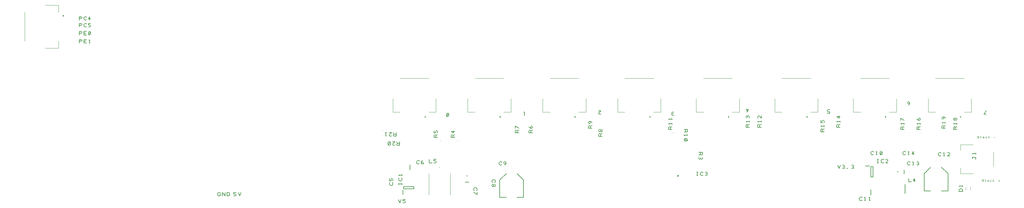
<source format=gbr>
G04 DesignSpark PCB Gerber Version 11.0 Build 5877*
G04 #@! TF.Part,Single*
G04 #@! TF.FileFunction,Legend,Top*
G04 #@! TF.FilePolarity,Positive*
%FSLAX35Y35*%
%MOIN*%
%ADD20C,0.00197*%
%ADD124C,0.00300*%
%ADD21C,0.00394*%
%ADD73C,0.00500*%
%ADD74C,0.00787*%
%ADD75C,0.00984*%
%ADD16C,0.01181*%
G04 #@! TD.AperFunction*
X0Y0D02*
D02*
D16*
X52622Y212061D02*
X53016D02*
G75*
G03*
X52622I-197J0D01*
G01*
X53016D02*
G75*
G02*
X52622I-197J0D01*
G01*
X448311Y101234D02*
G75*
G03*
Y101628I0J197D01*
G01*
Y101234D02*
G75*
G02*
Y101628I0J197D01*
G01*
X530201Y101234D02*
G75*
G03*
Y101628I0J197D01*
G01*
Y101234D02*
G75*
G02*
Y101628I0J197D01*
G01*
X612091Y101234D02*
G75*
G03*
Y101628I0J197D01*
G01*
Y101234D02*
G75*
G02*
Y101628I0J197D01*
G01*
X693980Y101234D02*
G75*
G03*
Y101628I0J197D01*
G01*
Y101234D02*
G75*
G02*
Y101628I0J197D01*
G01*
X779807Y101234D02*
G75*
G03*
Y101628I0J197D01*
G01*
Y101234D02*
G75*
G02*
Y101628I0J197D01*
G01*
X865634Y101234D02*
G75*
G03*
Y101628I0J197D01*
G01*
Y101234D02*
G75*
G02*
Y101628I0J197D01*
G01*
X951461Y101234D02*
G75*
G03*
Y101628I0J197D01*
G01*
Y101234D02*
G75*
G02*
Y101628I0J197D01*
G01*
X1033311Y101234D02*
G75*
G03*
Y101628I0J197D01*
G01*
Y101234D02*
G75*
G02*
Y101628I0J197D01*
G01*
D02*
D20*
X400240Y72652D02*
Y72848D02*
G75*
G03*
Y72652I0J-98D01*
G01*
Y72848D02*
G75*
G02*
Y72652I0J-98D01*
G01*
X401490Y86402D02*
Y86598D02*
G75*
G03*
Y86402I0J-98D01*
G01*
Y86598D02*
G75*
G02*
Y86402I0J-98D01*
G01*
X465152Y75260D02*
X465348D02*
G75*
G03*
X465152I-98J0D01*
G01*
X465348D02*
G75*
G02*
X465152I-98J0D01*
G01*
X483902D02*
X484098D02*
G75*
G03*
X483902I-98J0D01*
G01*
X484098D02*
G75*
G02*
X483902I-98J0D01*
G01*
X542750Y45496D02*
G75*
G03*
Y45693I0J98D01*
G01*
Y45496D02*
G75*
G02*
Y45693I0J98D01*
G01*
X551402Y80260D02*
X551598D02*
G75*
G03*
X551402I-98J0D01*
G01*
X551598D02*
G75*
G02*
X551402I-98J0D01*
G01*
X566402D02*
X566598D02*
G75*
G03*
X566402I-98J0D01*
G01*
X566598D02*
G75*
G02*
X566402I-98J0D01*
G01*
X631402Y85260D02*
X631598D02*
G75*
G03*
X631402I-98J0D01*
G01*
X631598D02*
G75*
G02*
X631402I-98J0D01*
G01*
X646402D02*
X646598D02*
G75*
G03*
X646402I-98J0D01*
G01*
X646598D02*
G75*
G02*
X646402I-98J0D01*
G01*
X718902Y84010D02*
X719098D02*
G75*
G03*
X718902I-98J0D01*
G01*
X719098D02*
G75*
G02*
X718902I-98J0D01*
G01*
X730152Y91490D02*
G75*
G03*
X730348I98J0D01*
G01*
X730152D02*
G75*
G02*
X730348I98J0D01*
G01*
X746402Y65240D02*
G75*
G03*
X746598I98J0D01*
G01*
X746402D02*
G75*
G02*
X746598I98J0D01*
G01*
X803469Y86510D02*
X803665D02*
G75*
G03*
X803469I-98J0D01*
G01*
X803665D02*
G75*
G02*
X803469I-98J0D01*
G01*
X816402D02*
X816598D02*
G75*
G03*
X816402I-98J0D01*
G01*
X816598D02*
G75*
G02*
X816402I-98J0D01*
G01*
X885152D02*
X885348D02*
G75*
G03*
X885152I-98J0D01*
G01*
X885348D02*
G75*
G02*
X885152I-98J0D01*
G01*
X902652D02*
X902848D02*
G75*
G03*
X902652I-98J0D01*
G01*
X902848D02*
G75*
G02*
X902652I-98J0D01*
G01*
X972652Y84010D02*
X972848D02*
G75*
G03*
X972652I-98J0D01*
G01*
X972848D02*
G75*
G02*
X972652I-98J0D01*
G01*
X990152D02*
X990348D02*
G75*
G03*
X990152I-98J0D01*
G01*
X990348D02*
G75*
G02*
X990152I-98J0D01*
G01*
X1006500Y52573D02*
G75*
G03*
Y52770I0J98D01*
G01*
Y52573D02*
G75*
G02*
Y52770I0J98D01*
G01*
X1017652Y85260D02*
X1017848D02*
G75*
G03*
X1017652I-98J0D01*
G01*
X1017848D02*
G75*
G02*
X1017652I-98J0D01*
G01*
X1030152Y82760D02*
X1030348D02*
G75*
G03*
X1030152I-98J0D01*
G01*
X1030348D02*
G75*
G02*
X1030152I-98J0D01*
G01*
D02*
D21*
X10496Y215998D02*
Y184502D01*
X47504D02*
Y176628D01*
X32937D01*
X47504Y215998D02*
Y223872D01*
X32937D01*
X420752Y106746D02*
X412878D01*
Y121313D01*
X452189Y15939D02*
Y39561D01*
X452248Y106746D02*
X460122D01*
Y121313D01*
X452248Y143754D02*
X420752D01*
X475811Y39561D02*
Y15939D01*
X502642Y106746D02*
X494768D01*
Y121313D01*
X511303Y36490D02*
G75*
G03*
X511697I197J0D01*
G01*
X511303D02*
G75*
G02*
X511697I197J0D01*
G01*
X534138Y106746D02*
X542012D01*
Y121313D01*
X534138Y143754D02*
X502642D01*
X584531Y106746D02*
X576657D01*
Y121313D01*
X616028Y106746D02*
X623902D01*
Y121313D01*
X616028Y143754D02*
X584531D01*
X666421Y106746D02*
X658547D01*
Y121313D01*
X697917Y106746D02*
X705791D01*
Y121313D01*
X697917Y143754D02*
X666421D01*
X752248Y106746D02*
X744374D01*
Y121313D01*
X783744Y106746D02*
X791618D01*
Y121313D01*
X783744Y143754D02*
X752248D01*
X838075Y106746D02*
X830201D01*
Y121313D01*
X869571Y106746D02*
X877445D01*
Y121313D01*
X869571Y143754D02*
X838075D01*
X923902Y106746D02*
X916028D01*
Y121313D01*
X955398Y106746D02*
X963272D01*
Y121313D01*
X955398Y143754D02*
X923902D01*
X964010Y56303D02*
G75*
G03*
Y56697I0J197D01*
G01*
Y56303D02*
G75*
G02*
Y56697I0J197D01*
G01*
X1005752Y106746D02*
X997878D01*
Y121313D01*
X1037248Y106746D02*
X1045122D01*
Y121313D01*
X1037248Y143754D02*
X1005752D01*
X1038941Y21825D02*
Y24581D01*
X1044059Y21825D02*
Y24581D01*
X1047031Y39502D02*
X1033252D01*
Y45407D01*
X1047031Y70998D02*
X1033252D01*
Y65093D01*
X1069472Y47376D02*
Y63124D01*
D02*
D73*
X70250Y182437D02*
Y186187D01*
X72437D01*
X73063Y185875D01*
X73375Y185250D01*
X73063Y184625D01*
X72437Y184313D01*
X70250D01*
X75250Y182437D02*
Y186187D01*
X78375D01*
X77750Y184313D02*
X75250D01*
Y182437D02*
X78375D01*
X80875D02*
X82125D01*
X81500D02*
Y186187D01*
X80875Y185563D01*
X70250Y191187D02*
Y194937D01*
X72437D01*
X73063Y194625D01*
X73375Y194000D01*
X73063Y193375D01*
X72437Y193063D01*
X70250D01*
X75250Y191187D02*
Y194937D01*
X78375D01*
X77750Y193063D02*
X75250D01*
Y191187D02*
X78375D01*
X80563Y191500D02*
X81187Y191187D01*
X81813D01*
X82437Y191500D01*
X82750Y192125D01*
Y194000D01*
X82437Y194625D01*
X81813Y194937D01*
X81187D01*
X80563Y194625D01*
X80250Y194000D01*
Y192125D01*
X80563Y191500D01*
X82437Y194625D01*
X70250Y199937D02*
Y203687D01*
X72437D01*
X73063Y203375D01*
X73375Y202750D01*
X73063Y202125D01*
X72437Y201813D01*
X70250D01*
X78375Y200563D02*
X78063Y200250D01*
X77437Y199937D01*
X76500D01*
X75875Y200250D01*
X75563Y200563D01*
X75250Y201187D01*
Y202437D01*
X75563Y203063D01*
X75875Y203375D01*
X76500Y203687D01*
X77437D01*
X78063Y203375D01*
X78375Y203063D01*
X80250Y200250D02*
X80875Y199937D01*
X81813D01*
X82437Y200250D01*
X82750Y200875D01*
Y201187D01*
X82437Y201813D01*
X81813Y202125D01*
X80250D01*
Y203687D01*
X82750D01*
X70250Y207437D02*
Y211187D01*
X72437D01*
X73063Y210875D01*
X73375Y210250D01*
X73063Y209625D01*
X72437Y209313D01*
X70250D01*
X78375Y208063D02*
X78063Y207750D01*
X77437Y207437D01*
X76500D01*
X75875Y207750D01*
X75563Y208063D01*
X75250Y208687D01*
Y209937D01*
X75563Y210563D01*
X75875Y210875D01*
X76500Y211187D01*
X77437D01*
X78063Y210875D01*
X78375Y210563D01*
X81813Y207437D02*
Y211187D01*
X80250Y208687D01*
X82750D01*
X223687Y16500D02*
X224625D01*
Y16187D01*
X224313Y15563D01*
X224000Y15250D01*
X223375Y14937D01*
X222750D01*
X222125Y15250D01*
X221813Y15563D01*
X221500Y16187D01*
Y17437D01*
X221813Y18063D01*
X222125Y18375D01*
X222750Y18687D01*
X223375D01*
X224000Y18375D01*
X224313Y18063D01*
X224625Y17437D01*
X226500Y14937D02*
Y18687D01*
X229625Y14937D01*
Y18687D01*
X231500Y14937D02*
Y18687D01*
X233375D01*
X234000Y18375D01*
X234313Y18063D01*
X234625Y17437D01*
Y16187D01*
X234313Y15563D01*
X234000Y15250D01*
X233375Y14937D01*
X231500D01*
X239000Y15250D02*
X239625Y14937D01*
X240563D01*
X241187Y15250D01*
X241500Y15875D01*
Y16187D01*
X241187Y16813D01*
X240563Y17125D01*
X239000D01*
Y18687D01*
X241500D01*
X244000D02*
X245563Y14937D01*
X247125Y18687D01*
X412437Y29625D02*
X412750Y29313D01*
X413063Y28687D01*
Y27750D01*
X412750Y27125D01*
X412437Y26813D01*
X411813Y26500D01*
X410563D01*
X409937Y26813D01*
X409625Y27125D01*
X409313Y27750D01*
Y28687D01*
X409625Y29313D01*
X409937Y29625D01*
X412750Y31500D02*
X413063Y32125D01*
Y33063D01*
X412750Y33687D01*
X412125Y34000D01*
X411813D01*
X411187Y33687D01*
X410875Y33063D01*
Y31500D01*
X409313D01*
Y34000D01*
X416500Y84313D02*
Y80563D01*
X414313D01*
X413687Y80875D01*
X413375Y81500D01*
X413687Y82125D01*
X414313Y82437D01*
X416500D01*
X414313D02*
X413375Y84313D01*
X409000D02*
X411500D01*
X409313Y82125D01*
X409000Y81500D01*
X409313Y80875D01*
X409937Y80563D01*
X410875D01*
X411500Y80875D01*
X405875Y84313D02*
X404625D01*
X405250D02*
Y80563D01*
X405875Y81187D01*
X419000Y11187D02*
X420563Y7437D01*
X422125Y11187D01*
X424000Y7750D02*
X424625Y7437D01*
X425563D01*
X426187Y7750D01*
X426500Y8375D01*
Y8687D01*
X426187Y9313D01*
X425563Y9625D01*
X424000D01*
Y11187D01*
X426500D01*
X420250Y74313D02*
Y70563D01*
X418063D01*
X417437Y70875D01*
X417125Y71500D01*
X417437Y72125D01*
X418063Y72437D01*
X420250D01*
X418063D02*
X417125Y74313D01*
X412750D02*
X415250D01*
X413063Y72125D01*
X412750Y71500D01*
X413063Y70875D01*
X413687Y70563D01*
X414625D01*
X415250Y70875D01*
X409937Y74000D02*
X409313Y74313D01*
X408687D01*
X408063Y74000D01*
X407750Y73375D01*
Y71500D01*
X408063Y70875D01*
X408687Y70563D01*
X409313D01*
X409937Y70875D01*
X410250Y71500D01*
Y73375D01*
X409937Y74000D01*
X408063Y70875D01*
X423063Y27437D02*
Y28687D01*
Y28063D02*
X419313D01*
Y27437D02*
Y28687D01*
X422437Y34625D02*
X422750Y34313D01*
X423063Y33687D01*
Y32750D01*
X422750Y32125D01*
X422437Y31813D01*
X421813Y31500D01*
X420563D01*
X419937Y31813D01*
X419625Y32125D01*
X419313Y32750D01*
Y33687D01*
X419625Y34313D01*
X419937Y34625D01*
X423063Y37125D02*
Y38375D01*
Y37750D02*
X419313D01*
X419937Y37125D01*
X442125Y50563D02*
X441813Y50250D01*
X441187Y49937D01*
X440250D01*
X439625Y50250D01*
X439313Y50563D01*
X439000Y51187D01*
Y52437D01*
X439313Y53063D01*
X439625Y53375D01*
X440250Y53687D01*
X441187D01*
X441813Y53375D01*
X442125Y53063D01*
X444000Y50875D02*
X444313Y51500D01*
X444937Y51813D01*
X445563D01*
X446187Y51500D01*
X446500Y50875D01*
X446187Y50250D01*
X445563Y49937D01*
X444937D01*
X444313Y50250D01*
X444000Y50875D01*
Y51813D01*
X444313Y52750D01*
X444937Y53375D01*
X445563Y53687D01*
X452750Y54937D02*
Y51187D01*
X455875D01*
X457750Y51500D02*
X458375Y51187D01*
X459313D01*
X459937Y51500D01*
X460250Y52125D01*
Y52437D01*
X459937Y53063D01*
X459313Y53375D01*
X457750D01*
Y54937D01*
X460250D01*
X461813Y79000D02*
X458063D01*
Y81187D01*
X458375Y81813D01*
X459000Y82125D01*
X459625Y81813D01*
X459937Y81187D01*
Y79000D01*
Y81187D02*
X461813Y82125D01*
X461500Y84000D02*
X461813Y84625D01*
Y85563D01*
X461500Y86187D01*
X460875Y86500D01*
X460563D01*
X459937Y86187D01*
X459625Y85563D01*
Y84000D01*
X458063D01*
Y86500D01*
X473687Y105250D02*
X473063Y105563D01*
X472437D01*
X471813Y105250D01*
X471500Y104625D01*
Y102750D01*
X471813Y102125D01*
X472437Y101813D01*
X473063D01*
X473687Y102125D01*
X474000Y102750D01*
Y104625D01*
X473687Y105250D01*
X471813Y102125D01*
X480563Y79000D02*
X476813D01*
Y81187D01*
X477125Y81813D01*
X477750Y82125D01*
X478375Y81813D01*
X478687Y81187D01*
Y79000D01*
Y81187D02*
X480563Y82125D01*
Y85563D02*
X476813D01*
X479313Y84000D01*
Y86500D01*
X501813Y20875D02*
X501500Y21187D01*
X501187Y21813D01*
Y22750D01*
X501500Y23375D01*
X501813Y23687D01*
X502437Y24000D01*
X503687D01*
X504313Y23687D01*
X504625Y23375D01*
X504937Y22750D01*
Y21813D01*
X504625Y21187D01*
X504313Y20875D01*
X501187Y19000D02*
X504937Y16500D01*
Y19000D01*
X521813Y29625D02*
X521500Y29937D01*
X521187Y30563D01*
Y31500D01*
X521500Y32125D01*
X521813Y32437D01*
X522437Y32750D01*
X523687D01*
X524313Y32437D01*
X524625Y32125D01*
X524937Y31500D01*
Y30563D01*
X524625Y29937D01*
X524313Y29625D01*
X523063Y26813D02*
Y26187D01*
X523375Y25563D01*
X524000Y25250D01*
X524625Y25563D01*
X524937Y26187D01*
Y26813D01*
X524625Y27437D01*
X524000Y27750D01*
X523375Y27437D01*
X523063Y26813D01*
X522750Y27437D01*
X522125Y27750D01*
X521500Y27437D01*
X521187Y26813D01*
Y26187D01*
X521500Y25563D01*
X522125Y25250D01*
X522750Y25563D01*
X523063Y26187D01*
X532125Y49313D02*
X531813Y49000D01*
X531187Y48687D01*
X530250D01*
X529625Y49000D01*
X529313Y49313D01*
X529000Y49937D01*
Y51187D01*
X529313Y51813D01*
X529625Y52125D01*
X530250Y52437D01*
X531187D01*
X531813Y52125D01*
X532125Y51813D01*
X534937Y48687D02*
X535563Y49000D01*
X536187Y49625D01*
X536500Y50563D01*
Y51500D01*
X536187Y52125D01*
X535563Y52437D01*
X534937D01*
X534313Y52125D01*
X534000Y51500D01*
X534313Y50875D01*
X534937Y50563D01*
X535563D01*
X536187Y50875D01*
X536500Y51500D01*
X550563Y84000D02*
X546813D01*
Y86187D01*
X547125Y86813D01*
X547750Y87125D01*
X548375Y86813D01*
X548687Y86187D01*
Y84000D01*
Y86187D02*
X550563Y87125D01*
Y89000D02*
X546813Y91500D01*
Y89000D01*
X557125Y106813D02*
X555875D01*
X556500D02*
Y103063D01*
X557125Y103687D01*
X565563Y84000D02*
X561813D01*
Y86187D01*
X562125Y86813D01*
X562750Y87125D01*
X563375Y86813D01*
X563687Y86187D01*
Y84000D01*
Y86187D02*
X565563Y87125D01*
X564625Y89000D02*
X564000Y89313D01*
X563687Y89937D01*
Y90563D01*
X564000Y91187D01*
X564625Y91500D01*
X565250Y91187D01*
X565563Y90563D01*
Y89937D01*
X565250Y89313D01*
X564625Y89000D01*
X563687D01*
X562750Y89313D01*
X562125Y89937D01*
X561813Y90563D01*
X630563Y89000D02*
X626813D01*
Y91187D01*
X627125Y91813D01*
X627750Y92125D01*
X628375Y91813D01*
X628687Y91187D01*
Y89000D01*
Y91187D02*
X630563Y92125D01*
Y94937D02*
X630250Y95563D01*
X629625Y96187D01*
X628687Y96500D01*
X627750D01*
X627125Y96187D01*
X626813Y95563D01*
Y94937D01*
X627125Y94313D01*
X627750Y94000D01*
X628375Y94313D01*
X628687Y94937D01*
Y95563D01*
X628375Y96187D01*
X627750Y96500D01*
X637750Y108063D02*
X640250D01*
X638063Y105875D01*
X637750Y105250D01*
X638063Y104625D01*
X638687Y104313D01*
X639625D01*
X640250Y104625D01*
X641813Y80250D02*
X638063D01*
Y82437D01*
X638375Y83063D01*
X639000Y83375D01*
X639625Y83063D01*
X639937Y82437D01*
Y80250D01*
Y82437D02*
X641813Y83375D01*
X639937Y86187D02*
Y86813D01*
X639625Y87437D01*
X639000Y87750D01*
X638375Y87437D01*
X638063Y86813D01*
Y86187D01*
X638375Y85563D01*
X639000Y85250D01*
X639625Y85563D01*
X639937Y86187D01*
X640250Y85563D01*
X640875Y85250D01*
X641500Y85563D01*
X641813Y86187D01*
Y86813D01*
X641500Y87437D01*
X640875Y87750D01*
X640250Y87437D01*
X639937Y86813D01*
X718063Y87750D02*
X714313D01*
Y89937D01*
X714625Y90563D01*
X715250Y90875D01*
X715875Y90563D01*
X716187Y89937D01*
Y87750D01*
Y89937D02*
X718063Y90875D01*
Y93375D02*
Y94625D01*
Y94000D02*
X714313D01*
X714937Y93375D01*
X718063Y98375D02*
Y99625D01*
Y99000D02*
X714313D01*
X714937Y98375D01*
X719937Y106500D02*
X719313Y106813D01*
X718687D01*
X718063Y106500D01*
X717750Y105875D01*
X718063Y105250D01*
X718687Y104937D01*
X719313D01*
X718687D02*
X718063Y104625D01*
X717750Y104000D01*
X718063Y103375D01*
X718687Y103063D01*
X719313D01*
X719937Y103375D01*
X731187Y87750D02*
X734937D01*
Y85563D01*
X734625Y84937D01*
X734000Y84625D01*
X733375Y84937D01*
X733063Y85563D01*
Y87750D01*
Y85563D02*
X731187Y84625D01*
Y82125D02*
Y80875D01*
Y81500D02*
X734937D01*
X734313Y82125D01*
X731500Y77437D02*
X731187Y76813D01*
Y76187D01*
X731500Y75563D01*
X732125Y75250D01*
X734000D01*
X734625Y75563D01*
X734937Y76187D01*
Y76813D01*
X734625Y77437D01*
X734000Y77750D01*
X732125D01*
X731500Y77437D01*
X734625Y75563D01*
X744937Y37437D02*
X746187D01*
X745563D02*
Y41187D01*
X744937D02*
X746187D01*
X752125Y38063D02*
X751813Y37750D01*
X751187Y37437D01*
X750250D01*
X749625Y37750D01*
X749313Y38063D01*
X749000Y38687D01*
Y39937D01*
X749313Y40563D01*
X749625Y40875D01*
X750250Y41187D01*
X751187D01*
X751813Y40875D01*
X752125Y40563D01*
X754313Y37750D02*
X754937Y37437D01*
X755563D01*
X756187Y37750D01*
X756500Y38375D01*
X756187Y39000D01*
X755563Y39313D01*
X754937D01*
X755563D02*
X756187Y39625D01*
X756500Y40250D01*
X756187Y40875D01*
X755563Y41187D01*
X754937D01*
X754313Y40875D01*
X747437Y62750D02*
X751187D01*
Y60563D01*
X750875Y59937D01*
X750250Y59625D01*
X749625Y59937D01*
X749313Y60563D01*
Y62750D01*
Y60563D02*
X747437Y59625D01*
X747750Y57437D02*
X747437Y56813D01*
Y56187D01*
X747750Y55563D01*
X748375Y55250D01*
X749000Y55563D01*
X749313Y56187D01*
Y56813D01*
Y56187D02*
X749625Y55563D01*
X750250Y55250D01*
X750875Y55563D01*
X751187Y56187D01*
Y56813D01*
X750875Y57437D01*
X799937Y110563D02*
Y106813D01*
X801500Y109313D01*
X799000D01*
X802630Y90250D02*
X798880D01*
Y92437D01*
X799192Y93063D01*
X799817Y93375D01*
X800442Y93063D01*
X800754Y92437D01*
Y90250D01*
Y92437D02*
X802630Y93375D01*
Y95875D02*
Y97125D01*
Y96500D02*
X798880D01*
X799504Y95875D01*
X802317Y100563D02*
X802630Y101187D01*
Y101813D01*
X802317Y102437D01*
X801692Y102750D01*
X801067Y102437D01*
X800754Y101813D01*
Y101187D01*
Y101813D02*
X800442Y102437D01*
X799817Y102750D01*
X799192Y102437D01*
X798880Y101813D01*
Y101187D01*
X799192Y100563D01*
X815563Y90250D02*
X811813D01*
Y92437D01*
X812125Y93063D01*
X812750Y93375D01*
X813375Y93063D01*
X813687Y92437D01*
Y90250D01*
Y92437D02*
X815563Y93375D01*
Y95875D02*
Y97125D01*
Y96500D02*
X811813D01*
X812437Y95875D01*
X815563Y102750D02*
Y100250D01*
X813375Y102437D01*
X812750Y102750D01*
X812125Y102437D01*
X811813Y101813D01*
Y100875D01*
X812125Y100250D01*
X884313Y85250D02*
X880563D01*
Y87437D01*
X880875Y88063D01*
X881500Y88375D01*
X882125Y88063D01*
X882437Y87437D01*
Y85250D01*
Y87437D02*
X884313Y88375D01*
Y90875D02*
Y92125D01*
Y91500D02*
X880563D01*
X881187Y90875D01*
X884000Y95250D02*
X884313Y95875D01*
Y96813D01*
X884000Y97437D01*
X883375Y97750D01*
X883063D01*
X882437Y97437D01*
X882125Y96813D01*
Y95250D01*
X880563D01*
Y97750D01*
X890250Y109000D02*
X889625Y109313D01*
X888687D01*
X888063Y109000D01*
X887750Y108375D01*
Y108063D01*
X888063Y107437D01*
X888687Y107125D01*
X890250D01*
Y105563D01*
X887750D01*
X899000Y48687D02*
X900563Y44937D01*
X902125Y48687D01*
X904313Y45250D02*
X904937Y44937D01*
X905563D01*
X906187Y45250D01*
X906500Y45875D01*
X906187Y46500D01*
X905563Y46813D01*
X904937D01*
X905563D02*
X906187Y47125D01*
X906500Y47750D01*
X906187Y48375D01*
X905563Y48687D01*
X904937D01*
X904313Y48375D01*
X909313Y44937D02*
X909625Y45250D01*
X909313Y45563D01*
X909000Y45250D01*
X909313Y44937D01*
X914313Y45250D02*
X914937Y44937D01*
X915563D01*
X916187Y45250D01*
X916500Y45875D01*
X916187Y46500D01*
X915563Y46813D01*
X914937D01*
X915563D02*
X916187Y47125D01*
X916500Y47750D01*
X916187Y48375D01*
X915563Y48687D01*
X914937D01*
X914313Y48375D01*
X901813Y90250D02*
X898063D01*
Y92437D01*
X898375Y93063D01*
X899000Y93375D01*
X899625Y93063D01*
X899937Y92437D01*
Y90250D01*
Y92437D02*
X901813Y93375D01*
Y95875D02*
Y97125D01*
Y96500D02*
X898063D01*
X898687Y95875D01*
X901813Y101813D02*
X898063D01*
X900563Y100250D01*
Y102750D01*
X925875Y10563D02*
X925563Y10250D01*
X924937Y9937D01*
X924000D01*
X923375Y10250D01*
X923063Y10563D01*
X922750Y11187D01*
Y12437D01*
X923063Y13063D01*
X923375Y13375D01*
X924000Y13687D01*
X924937D01*
X925563Y13375D01*
X925875Y13063D01*
X928375Y9937D02*
X929625D01*
X929000D02*
Y13687D01*
X928375Y13063D01*
X933375Y9937D02*
X934625D01*
X934000D02*
Y13687D01*
X933375Y13063D01*
X938375Y60563D02*
X938063Y60250D01*
X937437Y59937D01*
X936500D01*
X935875Y60250D01*
X935563Y60563D01*
X935250Y61187D01*
Y62437D01*
X935563Y63063D01*
X935875Y63375D01*
X936500Y63687D01*
X937437D01*
X938063Y63375D01*
X938375Y63063D01*
X940875Y59937D02*
X942125D01*
X941500D02*
Y63687D01*
X940875Y63063D01*
X945563Y60250D02*
X946187Y59937D01*
X946813D01*
X947437Y60250D01*
X947750Y60875D01*
Y62750D01*
X947437Y63375D01*
X946813Y63687D01*
X946187D01*
X945563Y63375D01*
X945250Y62750D01*
Y60875D01*
X945563Y60250D01*
X947437Y63375D01*
X942437Y51187D02*
X943687D01*
X943063D02*
Y54937D01*
X942437D02*
X943687D01*
X949625Y51813D02*
X949313Y51500D01*
X948687Y51187D01*
X947750D01*
X947125Y51500D01*
X946813Y51813D01*
X946500Y52437D01*
Y53687D01*
X946813Y54313D01*
X947125Y54625D01*
X947750Y54937D01*
X948687D01*
X949313Y54625D01*
X949625Y54313D01*
X954000Y51187D02*
X951500D01*
X953687Y53375D01*
X954000Y54000D01*
X953687Y54625D01*
X953063Y54937D01*
X952125D01*
X951500Y54625D01*
X973375Y60563D02*
X973063Y60250D01*
X972437Y59937D01*
X971500D01*
X970875Y60250D01*
X970563Y60563D01*
X970250Y61187D01*
Y62437D01*
X970563Y63063D01*
X970875Y63375D01*
X971500Y63687D01*
X972437D01*
X973063Y63375D01*
X973375Y63063D01*
X975875Y59937D02*
X977125D01*
X976500D02*
Y63687D01*
X975875Y63063D01*
X981813Y59937D02*
Y63687D01*
X980250Y61187D01*
X982750D01*
X971813Y87750D02*
X968063D01*
Y89937D01*
X968375Y90563D01*
X969000Y90875D01*
X969625Y90563D01*
X969937Y89937D01*
Y87750D01*
Y89937D02*
X971813Y90875D01*
Y93375D02*
Y94625D01*
Y94000D02*
X968063D01*
X968687Y93375D01*
X971813Y97750D02*
X968063Y100250D01*
Y97750D01*
X978375Y49313D02*
X978063Y49000D01*
X977437Y48687D01*
X976500D01*
X975875Y49000D01*
X975563Y49313D01*
X975250Y49937D01*
Y51187D01*
X975563Y51813D01*
X975875Y52125D01*
X976500Y52437D01*
X977437D01*
X978063Y52125D01*
X978375Y51813D01*
X980875Y48687D02*
X982125D01*
X981500D02*
Y52437D01*
X980875Y51813D01*
X985563Y49000D02*
X986187Y48687D01*
X986813D01*
X987437Y49000D01*
X987750Y49625D01*
X987437Y50250D01*
X986813Y50563D01*
X986187D01*
X986813D02*
X987437Y50875D01*
X987750Y51500D01*
X987437Y52125D01*
X986813Y52437D01*
X986187D01*
X985563Y52125D01*
X976500Y34111D02*
Y30361D01*
X979625D01*
X983063D02*
Y34111D01*
X981500Y31611D01*
X984000D01*
X977750Y117125D02*
X977437Y116500D01*
X976813Y116187D01*
X976187D01*
X975563Y116500D01*
X975250Y117125D01*
X975563Y117750D01*
X976187Y118063D01*
X976813D01*
X977437Y117750D01*
X977750Y117125D01*
Y116187D01*
X977437Y115250D01*
X976813Y114625D01*
X976187Y114313D01*
X989313Y87750D02*
X985563D01*
Y89937D01*
X985875Y90563D01*
X986500Y90875D01*
X987125Y90563D01*
X987437Y89937D01*
Y87750D01*
Y89937D02*
X989313Y90875D01*
Y93375D02*
Y94625D01*
Y94000D02*
X985563D01*
X986187Y93375D01*
X988375Y97750D02*
X987750Y98063D01*
X987437Y98687D01*
Y99313D01*
X987750Y99937D01*
X988375Y100250D01*
X989000Y99937D01*
X989313Y99313D01*
Y98687D01*
X989000Y98063D01*
X988375Y97750D01*
X987437D01*
X986500Y98063D01*
X985875Y98687D01*
X985563Y99313D01*
X1012125Y59313D02*
X1011813Y59000D01*
X1011187Y58687D01*
X1010250D01*
X1009625Y59000D01*
X1009313Y59313D01*
X1009000Y59937D01*
Y61187D01*
X1009313Y61813D01*
X1009625Y62125D01*
X1010250Y62437D01*
X1011187D01*
X1011813Y62125D01*
X1012125Y61813D01*
X1014625Y58687D02*
X1015875D01*
X1015250D02*
Y62437D01*
X1014625Y61813D01*
X1021500Y58687D02*
X1019000D01*
X1021187Y60875D01*
X1021500Y61500D01*
X1021187Y62125D01*
X1020563Y62437D01*
X1019625D01*
X1019000Y62125D01*
X1016813Y89000D02*
X1013063D01*
Y91187D01*
X1013375Y91813D01*
X1014000Y92125D01*
X1014625Y91813D01*
X1014937Y91187D01*
Y89000D01*
Y91187D02*
X1016813Y92125D01*
Y94625D02*
Y95875D01*
Y95250D02*
X1013063D01*
X1013687Y94625D01*
X1016813Y99937D02*
X1016500Y100563D01*
X1015875Y101187D01*
X1014937Y101500D01*
X1014000D01*
X1013375Y101187D01*
X1013063Y100563D01*
Y99937D01*
X1013375Y99313D01*
X1014000Y99000D01*
X1014625Y99313D01*
X1014937Y99937D01*
Y100563D01*
X1014625Y101187D01*
X1014000Y101500D01*
X1029313Y87750D02*
X1025563D01*
Y89937D01*
X1025875Y90563D01*
X1026500Y90875D01*
X1027125Y90563D01*
X1027437Y89937D01*
Y87750D01*
Y89937D02*
X1029313Y90875D01*
Y93375D02*
Y94625D01*
Y94000D02*
X1025563D01*
X1026187Y93375D01*
X1027437Y98687D02*
Y99313D01*
X1027125Y99937D01*
X1026500Y100250D01*
X1025875Y99937D01*
X1025563Y99313D01*
Y98687D01*
X1025875Y98063D01*
X1026500Y97750D01*
X1027125Y98063D01*
X1027437Y98687D01*
X1027750Y98063D01*
X1028375Y97750D01*
X1029000Y98063D01*
X1029313Y98687D01*
Y99313D01*
X1029000Y99937D01*
X1028375Y100250D01*
X1027750Y99937D01*
X1027437Y99313D01*
X1035563Y19659D02*
X1031813D01*
Y21535D01*
X1032125Y22159D01*
X1032437Y22472D01*
X1033063Y22785D01*
X1034313D01*
X1034937Y22472D01*
X1035250Y22159D01*
X1035563Y21535D01*
Y19659D01*
Y25285D02*
Y26535D01*
Y25909D02*
X1031813D01*
X1032437Y25285D01*
X1049504Y55250D02*
X1049817Y55563D01*
X1050130Y56187D01*
X1049817Y56813D01*
X1049504Y57125D01*
X1046380D01*
Y57750D01*
Y57125D02*
Y55875D01*
X1050130Y60875D02*
Y62125D01*
Y61500D02*
X1046380D01*
X1047004Y60875D01*
X1061461Y108063D02*
X1058961Y104313D01*
X1061461D01*
D02*
D74*
X423951Y16717D02*
Y21441D01*
X424541Y22819D02*
Y25181D01*
X435959D01*
Y22819D01*
X424541D01*
X431500Y49256D02*
Y43744D01*
X464000Y46337D02*
G75*
G02*
Y46730I0J197D01*
G01*
Y46337D02*
G75*
G02*
Y46730I0J197D01*
G01*
G75*
G02*
Y46337I0J-197D01*
G01*
X493606Y36943D02*
G75*
G03*
X494394I394J0D01*
G01*
X493606D02*
G75*
G02*
X494394I394J0D01*
G01*
X496067Y30250D02*
X491933D01*
X536844Y13508D02*
X529758D01*
Y32406D01*
X536844Y39492D01*
X548656D02*
X555742Y32406D01*
Y13508D01*
X548656D01*
X929217Y47799D02*
X933941D01*
X935250Y16244D02*
Y21756D01*
X935319Y47209D02*
X937681D01*
Y35791D01*
X935319D01*
Y47209D01*
X964807Y41106D02*
G75*
G03*
Y41894I0J394D01*
G01*
Y41106D02*
G75*
G02*
Y41894I0J394D01*
G01*
X971500Y43567D02*
Y39433D01*
X972750Y27671D02*
Y17829D01*
X1000594Y20585D02*
X993508D01*
Y39482D01*
X1000594Y46569D01*
X1012406D02*
X1019492Y39482D01*
Y20585D01*
X1012406D01*
D02*
D75*
X725043Y36874D02*
G75*
G02*
X724059I-492J0D01*
G01*
X725043D02*
G75*
G02*
X724059I-492J0D01*
G01*
G75*
G02*
X725043I492J0D01*
G01*
D02*
D124*
X1051500Y78875D02*
X1051687Y78500D01*
X1052063Y78313D01*
X1052813D01*
X1053187Y78500D01*
X1053375Y78875D01*
X1053187Y79250D01*
X1052813Y79437D01*
X1052063D01*
X1051687Y79625D01*
X1051500Y80000D01*
X1051687Y80375D01*
X1052063Y80563D01*
X1052813D01*
X1053187Y80375D01*
X1053375Y80000D01*
X1054813Y79813D02*
X1055687D01*
X1055250Y80187D02*
Y78500D01*
X1055437Y78313D01*
X1055625D01*
X1055813Y78500D01*
X1057500Y79625D02*
X1057875Y79813D01*
X1058437D01*
X1058813Y79625D01*
X1059000Y79250D01*
Y78687D01*
X1058813Y78500D01*
X1058437Y78313D01*
X1058063D01*
X1057687Y78500D01*
X1057500Y78687D01*
Y78875D01*
X1057687Y79063D01*
X1058063Y79250D01*
X1058437D01*
X1058813Y79063D01*
X1059000Y78875D01*
Y78687D02*
Y78313D01*
X1062000Y79625D02*
X1061625Y79813D01*
X1061063D01*
X1060687Y79625D01*
X1060500Y79250D01*
Y78875D01*
X1060687Y78500D01*
X1061063Y78313D01*
X1061625D01*
X1062000Y78500D01*
X1063500Y78313D02*
Y80563D01*
Y79063D02*
X1064063D01*
X1065000Y79813D01*
X1064063Y79063D02*
X1065000Y78313D01*
X1069500Y79063D02*
X1071000D01*
X1056500Y31375D02*
X1056687Y31000D01*
X1057063Y30813D01*
X1057813D01*
X1058187Y31000D01*
X1058375Y31375D01*
X1058187Y31750D01*
X1057813Y31937D01*
X1057063D01*
X1056687Y32125D01*
X1056500Y32500D01*
X1056687Y32875D01*
X1057063Y33063D01*
X1057813D01*
X1058187Y32875D01*
X1058375Y32500D01*
X1059813Y32313D02*
X1060687D01*
X1060250Y32687D02*
Y31000D01*
X1060437Y30813D01*
X1060625D01*
X1060813Y31000D01*
X1062500Y32125D02*
X1062875Y32313D01*
X1063437D01*
X1063813Y32125D01*
X1064000Y31750D01*
Y31187D01*
X1063813Y31000D01*
X1063437Y30813D01*
X1063063D01*
X1062687Y31000D01*
X1062500Y31187D01*
Y31375D01*
X1062687Y31563D01*
X1063063Y31750D01*
X1063437D01*
X1063813Y31563D01*
X1064000Y31375D01*
Y31187D02*
Y30813D01*
X1067000Y32125D02*
X1066625Y32313D01*
X1066063D01*
X1065687Y32125D01*
X1065500Y31750D01*
Y31375D01*
X1065687Y31000D01*
X1066063Y30813D01*
X1066625D01*
X1067000Y31000D01*
X1068500Y30813D02*
Y33063D01*
Y31563D02*
X1069063D01*
X1070000Y32313D01*
X1069063Y31563D02*
X1070000Y30813D01*
X1074500Y31563D02*
X1076000D01*
X1075250Y30813D02*
Y32313D01*
X0Y0D02*
M02*

</source>
